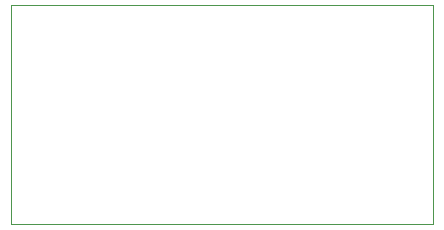
<source format=gbr>
%TF.GenerationSoftware,KiCad,Pcbnew,(5.99.0-10548-gc49af57c2a)*%
%TF.CreationDate,2021-06-24T16:08:38+08:00*%
%TF.ProjectId,facegate-relay-v3-new,66616365-6761-4746-952d-72656c61792d,v01*%
%TF.SameCoordinates,Original*%
%TF.FileFunction,Profile,NP*%
%FSLAX46Y46*%
G04 Gerber Fmt 4.6, Leading zero omitted, Abs format (unit mm)*
G04 Created by KiCad (PCBNEW (5.99.0-10548-gc49af57c2a)) date 2021-06-24 16:08:38*
%MOMM*%
%LPD*%
G01*
G04 APERTURE LIST*
%TA.AperFunction,Profile*%
%ADD10C,0.100000*%
%TD*%
G04 APERTURE END LIST*
D10*
X126800000Y-58200000D02*
X91100000Y-58200000D01*
X91100000Y-58200000D02*
X91100000Y-76700000D01*
X91100000Y-76700000D02*
X126800000Y-76700000D01*
X126800000Y-76700000D02*
X126800000Y-58200000D01*
M02*

</source>
